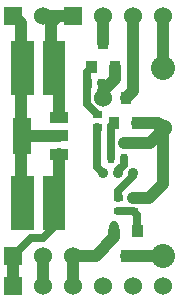
<source format=gbr>
G04 start of page 2 for group 0 idx 0 *
G04 Title: (unknown), signal (front) *
G04 Creator: pcb 20110918 *
G04 CreationDate: Sun Aug 11 05:18:20 2013 UTC *
G04 For: mokus *
G04 Format: Gerber/RS-274X *
G04 PCB-Dimensions: 60000 100000 *
G04 PCB-Coordinate-Origin: lower left *
%MOIN*%
%FSLAX25Y25*%
%LNTOP*%
%ADD25C,0.0500*%
%ADD24C,0.0380*%
%ADD23C,0.0350*%
%ADD22C,0.0200*%
%ADD21C,0.0360*%
%ADD20R,0.0216X0.0216*%
%ADD19R,0.0340X0.0340*%
%ADD18R,0.0750X0.0750*%
%ADD17R,0.0610X0.0610*%
%ADD16R,0.0370X0.0370*%
%ADD15C,0.0800*%
%ADD14C,0.0600*%
%ADD13C,0.0001*%
%ADD12C,0.0250*%
%ADD11C,0.0400*%
G54D11*X55000Y77500D02*Y95000D01*
X45000D02*Y70000D01*
X42500Y67500D01*
Y15000D02*X55000D01*
X35000Y86000D02*Y95000D01*
X15000D02*X25000D01*
X20200Y94800D02*X20000Y95000D01*
X17700Y92700D02*X20000Y95000D01*
X17700Y77500D02*Y92700D01*
Y77700D02*X20200Y75200D01*
Y61100D01*
X5000Y5000D02*Y15000D01*
G54D12*X11000Y21000D01*
X15000D01*
X18500Y24500D01*
G54D11*X20200Y48900D02*Y34200D01*
X18500Y32500D01*
G54D12*Y24500D02*Y32500D01*
X34665Y67835D02*X35000Y67500D01*
G54D11*Y70000D01*
X38900Y73900D01*
G54D12*X35000Y67500D02*Y71830D01*
X34330Y72500D01*
G54D11*X38900Y73900D02*Y77800D01*
X5000Y95000D02*X7500Y92500D01*
Y32500D01*
X8000Y55000D02*X20200D01*
X45000Y34330D02*X50330D01*
X46400Y59300D02*X53200D01*
X55000Y57500D01*
X50330Y34330D02*X55000Y39000D01*
Y57500D01*
X41830Y52500D02*X50500D01*
X55250Y57250D01*
X25000Y15000D02*X32500D01*
X25000D02*Y5000D01*
X32500Y15000D02*X38600Y21100D01*
Y23200D01*
G54D12*Y25400D01*
G54D11*X15000Y5000D02*Y15000D01*
G54D12*X40000Y30000D02*X45000D01*
X46400Y28600D01*
Y23200D01*
X40000Y36500D02*Y34330D01*
X45000Y42500D02*Y41500D01*
X40000Y36500D01*
Y42500D02*Y43500D01*
X41830Y45330D01*
Y47500D01*
X37500D02*Y58200D01*
X38600Y59300D01*
X33000Y62165D02*X29500Y65665D01*
Y76200D01*
X31100Y77800D01*
X35000Y42500D02*X33000Y44500D01*
Y57835D01*
G54D13*G36*
X22000Y98000D02*Y92000D01*
X28000D01*
Y98000D01*
X22000D01*
G37*
G54D14*X35000Y95000D03*
X45000D03*
X55000D03*
G54D15*Y77500D03*
G54D13*G36*
X2000Y18000D02*Y12000D01*
X8000D01*
Y18000D01*
X2000D01*
G37*
G54D14*X15000Y15000D03*
X25000D03*
G54D15*X55000D03*
G54D13*G36*
X2000Y98000D02*Y92000D01*
X8000D01*
Y98000D01*
X2000D01*
G37*
G54D14*X15000Y95000D03*
G54D13*G36*
X2000Y8000D02*Y2000D01*
X8000D01*
Y8000D01*
X2000D01*
G37*
G54D14*X15000Y5000D03*
X25000D03*
X35000D03*
X45000D03*
X55000D03*
G54D16*X19000Y48900D02*X21400D01*
X19000Y55000D02*X21400D01*
G54D17*X8000Y58000D02*Y52000D01*
G54D18*X8100Y37700D02*Y27300D01*
X18500Y37700D02*Y27300D01*
G54D19*X46400Y59600D02*Y59000D01*
G54D20*X41830Y47893D02*Y47107D01*
X37500Y47893D02*Y47107D01*
X41830Y52893D02*Y52107D01*
X37500Y52893D02*Y52107D01*
G54D19*X46400Y23500D02*Y22900D01*
X38600Y23500D02*Y22900D01*
X42500Y15300D02*Y14700D01*
G54D20*X39607Y34330D02*X40393D01*
X39607Y30000D02*X40393D01*
X44607Y34330D02*X45393D01*
X44607Y30000D02*X45393D01*
X32607Y57835D02*X33393D01*
G54D19*X38600Y59600D02*Y59000D01*
G54D20*X32607Y62165D02*X33393D01*
G54D19*X42500Y67800D02*Y67200D01*
G54D20*X34330Y72893D02*Y72107D01*
G54D19*X35000Y86300D02*Y85700D01*
G54D20*X30000Y72893D02*Y72107D01*
G54D19*X31100Y78100D02*Y77500D01*
X38900Y78100D02*Y77500D01*
G54D16*X19000Y61100D02*X21400D01*
G54D18*X8100Y82700D02*Y72300D01*
X18500Y82700D02*Y72300D01*
G54D21*X40000Y42500D03*
X35000D03*
G54D14*X55000Y57500D03*
X35000Y67500D03*
G54D21*X45000Y42500D03*
G54D22*G54D23*G54D22*G54D24*G54D25*G54D24*G54D25*G54D24*M02*

</source>
